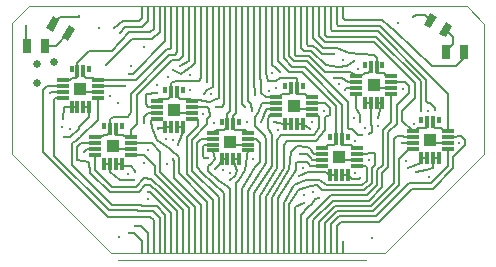
<source format=gbl>
G04 (created by PCBNEW-RS274X (2012-apr-16-27)-stable) date Thu 03 Apr 2014 02:01:57 PM EDT*
G01*
G70*
G90*
%MOIN*%
G04 Gerber Fmt 3.4, Leading zero omitted, Abs format*
%FSLAX34Y34*%
G04 APERTURE LIST*
%ADD10C,0.006000*%
%ADD11C,0.000400*%
%ADD12C,0.002000*%
%ADD13R,0.039400X0.011800*%
%ADD14R,0.011800X0.039400*%
%ADD15R,0.011800X0.023600*%
%ADD16R,0.039400X0.039400*%
%ADD17R,0.009800X0.039400*%
%ADD18R,0.025000X0.045000*%
%ADD19C,0.013000*%
%ADD20C,0.026000*%
%ADD21C,0.008000*%
%ADD22C,0.007000*%
G04 APERTURE END LIST*
G54D10*
G54D11*
X24646Y-27224D02*
X27953Y-23917D01*
X15512Y-27224D02*
X12205Y-23917D01*
X15512Y-27224D02*
X24646Y-27224D01*
X12766Y-18996D02*
X12205Y-19557D01*
X27392Y-18996D02*
X27953Y-19596D01*
X26939Y-18996D02*
X27392Y-18996D01*
X27953Y-19596D02*
X27953Y-23917D01*
X16663Y-18996D02*
X26938Y-18996D01*
X12205Y-19557D02*
X12205Y-23917D01*
X16664Y-18996D02*
X12766Y-18996D01*
X15748Y-27461D02*
X24016Y-27461D01*
G54D12*
X15748Y-27461D02*
X24016Y-27461D01*
G54D13*
X26743Y-23150D03*
X26743Y-23347D03*
X26743Y-23543D03*
X26743Y-23740D03*
G54D14*
X26447Y-24036D03*
X26250Y-24036D03*
X26054Y-24036D03*
X25857Y-24036D03*
G54D13*
X25561Y-23740D03*
X25561Y-23543D03*
X25561Y-23347D03*
X25561Y-23150D03*
G54D15*
X25857Y-22776D03*
G54D14*
X26054Y-22854D03*
X26250Y-22854D03*
G54D15*
X26447Y-22776D03*
G54D16*
X26152Y-23445D03*
G54D13*
X24853Y-21319D03*
X24853Y-21516D03*
X24853Y-21712D03*
X24853Y-21909D03*
G54D14*
X24557Y-22205D03*
X24360Y-22205D03*
X24164Y-22205D03*
X23967Y-22205D03*
G54D13*
X23671Y-21909D03*
X23671Y-21712D03*
X23671Y-21516D03*
X23671Y-21319D03*
G54D15*
X23967Y-20945D03*
G54D14*
X24164Y-21023D03*
X24360Y-21023D03*
G54D15*
X24557Y-20945D03*
G54D16*
X24262Y-21614D03*
G54D13*
X23711Y-23721D03*
X23711Y-23918D03*
X23711Y-24114D03*
X23711Y-24311D03*
G54D14*
X23415Y-24607D03*
X23218Y-24607D03*
X23022Y-24607D03*
X22825Y-24607D03*
G54D13*
X22529Y-24311D03*
X22529Y-24114D03*
X22529Y-23918D03*
X22529Y-23721D03*
G54D15*
X22825Y-23347D03*
G54D14*
X23022Y-23425D03*
X23218Y-23425D03*
G54D15*
X23415Y-23347D03*
G54D16*
X23120Y-24016D03*
G54D13*
X22205Y-22028D03*
X22205Y-22225D03*
X22205Y-22421D03*
X22205Y-22618D03*
G54D14*
X21909Y-22914D03*
X21712Y-22914D03*
X21516Y-22914D03*
X21319Y-22914D03*
G54D13*
X21023Y-22618D03*
X21023Y-22421D03*
X21023Y-22225D03*
X21023Y-22028D03*
G54D15*
X21319Y-21654D03*
G54D14*
X21516Y-21732D03*
X21712Y-21732D03*
G54D15*
X21909Y-21654D03*
G54D16*
X21614Y-22323D03*
G54D13*
X20079Y-23209D03*
X20079Y-23406D03*
X20079Y-23602D03*
X20079Y-23799D03*
G54D14*
X19783Y-24095D03*
X19586Y-24095D03*
X19390Y-24095D03*
X19193Y-24095D03*
G54D13*
X18897Y-23799D03*
X18897Y-23602D03*
X18897Y-23406D03*
X18897Y-23209D03*
G54D15*
X19193Y-22835D03*
G54D14*
X19390Y-22913D03*
X19586Y-22913D03*
G54D15*
X19783Y-22835D03*
G54D16*
X19488Y-23504D03*
G54D13*
X18209Y-22146D03*
X18209Y-22343D03*
X18209Y-22539D03*
X18209Y-22736D03*
G54D14*
X17913Y-23032D03*
X17716Y-23032D03*
X17520Y-23032D03*
X17323Y-23032D03*
G54D13*
X17027Y-22736D03*
X17027Y-22539D03*
X17027Y-22343D03*
X17027Y-22146D03*
G54D15*
X17323Y-21772D03*
G54D14*
X17520Y-21850D03*
X17716Y-21850D03*
G54D15*
X17913Y-21772D03*
G54D16*
X17618Y-22441D03*
G54D13*
X16162Y-23366D03*
X16162Y-23563D03*
X16162Y-23759D03*
X16162Y-23956D03*
G54D14*
X15866Y-24252D03*
X15669Y-24252D03*
X15473Y-24252D03*
X15276Y-24252D03*
G54D13*
X14980Y-23956D03*
X14980Y-23759D03*
X14980Y-23563D03*
X14980Y-23366D03*
G54D15*
X15276Y-22992D03*
G54D14*
X15473Y-23070D03*
X15669Y-23070D03*
G54D15*
X15866Y-22992D03*
G54D16*
X15571Y-23661D03*
G54D13*
X15079Y-21457D03*
X15079Y-21654D03*
X15079Y-21850D03*
X15079Y-22047D03*
G54D14*
X14783Y-22343D03*
X14586Y-22343D03*
X14390Y-22343D03*
X14193Y-22343D03*
G54D13*
X13897Y-22047D03*
X13897Y-21850D03*
X13897Y-21654D03*
X13897Y-21457D03*
G54D15*
X14193Y-21083D03*
G54D14*
X14390Y-21161D03*
X14586Y-21161D03*
G54D15*
X14783Y-21083D03*
G54D16*
X14488Y-21752D03*
G54D17*
X23228Y-19193D03*
X23032Y-19193D03*
X22835Y-19193D03*
X22638Y-19193D03*
X22441Y-19193D03*
X22244Y-19193D03*
X22047Y-19193D03*
X21851Y-19193D03*
X21654Y-19193D03*
X21457Y-19193D03*
X21260Y-19193D03*
X21063Y-19193D03*
X20866Y-19193D03*
X20669Y-19193D03*
X20473Y-19193D03*
X20276Y-19193D03*
X20079Y-19193D03*
X19882Y-19193D03*
X19685Y-19193D03*
X19488Y-19193D03*
X19291Y-19193D03*
X19095Y-19193D03*
X18898Y-19193D03*
X18701Y-19193D03*
X18504Y-19193D03*
X18307Y-19193D03*
X18110Y-19193D03*
X17913Y-19193D03*
X17717Y-19193D03*
X17520Y-19193D03*
X17323Y-19193D03*
X17126Y-19193D03*
X16929Y-19193D03*
X16732Y-19193D03*
X16536Y-19193D03*
X23228Y-27028D03*
X23032Y-27028D03*
X22835Y-27028D03*
X22638Y-27028D03*
X22441Y-27028D03*
X22244Y-27028D03*
X22047Y-27028D03*
X21851Y-27028D03*
X21654Y-27028D03*
X21457Y-27028D03*
X21260Y-27028D03*
X21063Y-27028D03*
X20866Y-27028D03*
X20669Y-27028D03*
X20473Y-27028D03*
X20276Y-27028D03*
X20079Y-27028D03*
X19882Y-27028D03*
X19685Y-27028D03*
X19488Y-27028D03*
X19291Y-27028D03*
X19095Y-27028D03*
X18898Y-27028D03*
X18701Y-27028D03*
X18504Y-27028D03*
X18307Y-27028D03*
X18110Y-27028D03*
X17913Y-27028D03*
X17717Y-27028D03*
X17520Y-27028D03*
X17323Y-27028D03*
X17126Y-27028D03*
X16929Y-27028D03*
X16732Y-27028D03*
X16536Y-27028D03*
G54D10*
G36*
X13348Y-19716D02*
X13573Y-19327D01*
X13790Y-19452D01*
X13565Y-19841D01*
X13348Y-19716D01*
X13348Y-19716D01*
G37*
G36*
X13868Y-20016D02*
X14093Y-19627D01*
X14310Y-19752D01*
X14085Y-20141D01*
X13868Y-20016D01*
X13868Y-20016D01*
G37*
G36*
X25926Y-19608D02*
X26151Y-19219D01*
X26368Y-19344D01*
X26143Y-19733D01*
X25926Y-19608D01*
X25926Y-19608D01*
G37*
G36*
X26446Y-19908D02*
X26671Y-19519D01*
X26888Y-19644D01*
X26663Y-20033D01*
X26446Y-19908D01*
X26446Y-19908D01*
G37*
G54D18*
X26669Y-20502D03*
X27269Y-20502D03*
X13322Y-20305D03*
X12722Y-20305D03*
G54D19*
X25591Y-19360D03*
X14439Y-19331D03*
X24970Y-19833D03*
X12687Y-19665D03*
X16260Y-24783D03*
X17815Y-20984D03*
X16319Y-24508D03*
X17579Y-21122D03*
X17087Y-23051D03*
X18701Y-21516D03*
X17736Y-23622D03*
X18602Y-21909D03*
X18996Y-22362D03*
X18986Y-24419D03*
X19980Y-22362D03*
X19469Y-24774D03*
X20945Y-22854D03*
X20197Y-22480D03*
X22146Y-23081D03*
X20295Y-21939D03*
X21132Y-21171D03*
X21788Y-24643D03*
X23868Y-23268D03*
X23809Y-24705D03*
X24114Y-23248D03*
X23612Y-20827D03*
X22953Y-20591D03*
X24400Y-22717D03*
X25827Y-22480D03*
X25394Y-24390D03*
X26319Y-22451D03*
X25669Y-24518D03*
X21949Y-25285D03*
X23120Y-21585D03*
X23612Y-22707D03*
X22254Y-25177D03*
X15728Y-22205D03*
X16732Y-25413D03*
X15965Y-21663D03*
X16732Y-25177D03*
X17047Y-21870D03*
X17559Y-24094D03*
X21949Y-25551D03*
X22943Y-21388D03*
X23819Y-22835D03*
X22441Y-25384D03*
X16594Y-20334D03*
X13878Y-23012D03*
X16181Y-20994D03*
X14154Y-23071D03*
X16083Y-24587D03*
X17402Y-21339D03*
X18150Y-21280D03*
X16594Y-24232D03*
X17343Y-23406D03*
X18150Y-21772D03*
X17579Y-23445D03*
X18858Y-21929D03*
X18937Y-22874D03*
X19252Y-24459D03*
X19469Y-24537D03*
X20039Y-22835D03*
X17028Y-21614D03*
X17362Y-24252D03*
X20778Y-21811D03*
X21083Y-23100D03*
X21024Y-21703D03*
X22215Y-22854D03*
X21900Y-24380D03*
X20876Y-21220D03*
X23642Y-24537D03*
X23652Y-23494D03*
X23730Y-21083D03*
X23967Y-23051D03*
X23248Y-20787D03*
X24409Y-22992D03*
X25354Y-24154D03*
X25620Y-22904D03*
X26093Y-24675D03*
X26083Y-22480D03*
X13898Y-22736D03*
X15354Y-20945D03*
X16103Y-21240D03*
X13957Y-23366D03*
G54D20*
X13593Y-20846D03*
G54D19*
X24203Y-26732D03*
X25069Y-19557D03*
X15797Y-19872D03*
X16299Y-26329D03*
G54D20*
X13031Y-20915D03*
G54D19*
X24262Y-21614D03*
X26152Y-23445D03*
X14488Y-21752D03*
X17618Y-22441D03*
X15768Y-26693D03*
X19488Y-23524D03*
X15108Y-19705D03*
X15571Y-23661D03*
X23120Y-24016D03*
X21614Y-22323D03*
G54D20*
X13041Y-21555D03*
G54D19*
X16112Y-26555D03*
X13465Y-21870D03*
X18740Y-24055D03*
X27106Y-23543D03*
X16594Y-22895D03*
X25226Y-21762D03*
X14606Y-23839D03*
X20512Y-22854D03*
X18583Y-22579D03*
X20256Y-24075D03*
X25197Y-23543D03*
X24094Y-24114D03*
X15600Y-19705D03*
X23297Y-21791D03*
X21821Y-23927D03*
X22598Y-22470D03*
X16732Y-23780D03*
X15472Y-21978D03*
G54D21*
X13812Y-19341D02*
X13569Y-19584D01*
X25960Y-19289D02*
X26147Y-19476D01*
X25679Y-19289D02*
X25960Y-19289D01*
X14449Y-19341D02*
X13812Y-19341D01*
X25591Y-19360D02*
X25679Y-19289D01*
X14439Y-19331D02*
X14449Y-19341D01*
X12687Y-19665D02*
X12687Y-20270D01*
X23238Y-19390D02*
X23228Y-19193D01*
X12687Y-20270D02*
X12722Y-20305D01*
X27269Y-20723D02*
X27008Y-20984D01*
X24557Y-19460D02*
X24970Y-19833D01*
X26201Y-20984D02*
X24970Y-19833D01*
X26486Y-20984D02*
X26201Y-20984D01*
X27008Y-20984D02*
X26486Y-20984D01*
X23297Y-19457D02*
X24557Y-19460D01*
X23238Y-19390D02*
X23297Y-19457D01*
X27269Y-20502D02*
X27269Y-20723D01*
G54D22*
X17456Y-20615D02*
X17633Y-20615D01*
X16066Y-22695D02*
X16161Y-22520D01*
X15276Y-23268D02*
X15374Y-23268D01*
X15178Y-23366D02*
X15276Y-23268D01*
X17633Y-20615D02*
X17717Y-20531D01*
X14980Y-23366D02*
X15178Y-23366D01*
X15473Y-22755D02*
X15613Y-22695D01*
X15473Y-23169D02*
X15473Y-23070D01*
X16161Y-22520D02*
X16161Y-21910D01*
X16161Y-21910D02*
X17456Y-20615D01*
X15613Y-22695D02*
X16066Y-22695D01*
X17717Y-20531D02*
X17717Y-19193D01*
X15473Y-23070D02*
X15473Y-22755D01*
X15374Y-23268D02*
X15473Y-23169D01*
X16162Y-23129D02*
X16378Y-22913D01*
X17540Y-20787D02*
X17776Y-20787D01*
X16004Y-23366D02*
X15925Y-23287D01*
X16162Y-23366D02*
X16004Y-23366D01*
X15689Y-23287D02*
X15669Y-23267D01*
X17776Y-20787D02*
X17913Y-20650D01*
X15925Y-23287D02*
X15689Y-23287D01*
X16378Y-22913D02*
X16378Y-21949D01*
X16378Y-21949D02*
X17540Y-20787D01*
X17913Y-20650D02*
X17913Y-19193D01*
X16162Y-23366D02*
X16162Y-23129D01*
X15669Y-23267D02*
X15669Y-23070D01*
X15472Y-24253D02*
X15472Y-24527D01*
X18110Y-19705D02*
X18110Y-19193D01*
X15472Y-24527D02*
X15815Y-24798D01*
X15815Y-24798D02*
X16260Y-24783D01*
X17815Y-20984D02*
X18110Y-20807D01*
X18110Y-20256D02*
X18110Y-19705D01*
X15276Y-24252D02*
X15473Y-24252D01*
X18110Y-20807D02*
X18110Y-20610D01*
X15473Y-24252D02*
X15472Y-24253D01*
X18110Y-20610D02*
X18110Y-20256D01*
X15669Y-24252D02*
X15866Y-24252D01*
X15866Y-24252D02*
X15945Y-24331D01*
X18307Y-20886D02*
X18307Y-20669D01*
X18209Y-20984D02*
X18307Y-20886D01*
X15945Y-24331D02*
X16161Y-24331D01*
X18307Y-20433D02*
X18307Y-19193D01*
X16299Y-24469D02*
X16319Y-24508D01*
X16161Y-24331D02*
X16299Y-24469D01*
X17579Y-21122D02*
X17835Y-21240D01*
X17835Y-21240D02*
X18209Y-20984D01*
X18307Y-20669D02*
X18307Y-20433D01*
X17677Y-21496D02*
X17520Y-21535D01*
X17087Y-22086D02*
X17027Y-22146D01*
X18504Y-19193D02*
X18504Y-21379D01*
X17422Y-22086D02*
X17087Y-22086D01*
X17520Y-21850D02*
X17520Y-21988D01*
X18504Y-21379D02*
X18446Y-21496D01*
X17520Y-21535D02*
X17520Y-21850D01*
X17520Y-21988D02*
X17422Y-22086D01*
X18446Y-21496D02*
X17677Y-21496D01*
X17304Y-23051D02*
X17087Y-23051D01*
X18701Y-19193D02*
X18701Y-21161D01*
X17087Y-23051D02*
X17087Y-23071D01*
X17323Y-23032D02*
X17304Y-23051D01*
X17520Y-23032D02*
X17323Y-23032D01*
X17087Y-23071D02*
X17087Y-23071D01*
X17087Y-23071D02*
X17087Y-23071D01*
X18701Y-21161D02*
X18701Y-21516D01*
X17857Y-23316D02*
X17854Y-23386D01*
X17716Y-23032D02*
X17913Y-23032D01*
X17785Y-23474D02*
X17736Y-23622D01*
X18917Y-21673D02*
X18917Y-21457D01*
X18602Y-21909D02*
X18701Y-21772D01*
X17913Y-23229D02*
X17857Y-23316D01*
X17854Y-23386D02*
X17785Y-23474D01*
X17913Y-23032D02*
X17913Y-23229D01*
X18917Y-21457D02*
X18898Y-19193D01*
X18701Y-21772D02*
X18917Y-21673D01*
X18209Y-22146D02*
X18464Y-22131D01*
X17716Y-21850D02*
X17716Y-21988D01*
X18818Y-22167D02*
X18957Y-22126D01*
X18130Y-22067D02*
X18209Y-22146D01*
X19095Y-20983D02*
X19095Y-19193D01*
X18957Y-22126D02*
X19094Y-22047D01*
X19094Y-22047D02*
X19095Y-20983D01*
X17795Y-22067D02*
X18130Y-22067D01*
X17716Y-21988D02*
X17795Y-22067D01*
X18569Y-22161D02*
X18818Y-22167D01*
X18464Y-22131D02*
X18569Y-22161D01*
X19291Y-22264D02*
X19291Y-19193D01*
X18986Y-24419D02*
X18986Y-24419D01*
X18986Y-24419D02*
X18986Y-24419D01*
X18996Y-22362D02*
X19212Y-22343D01*
X19124Y-24272D02*
X18986Y-24419D01*
X19193Y-24095D02*
X19390Y-24095D01*
X19212Y-22343D02*
X19291Y-22264D01*
X19193Y-24095D02*
X19124Y-24272D01*
X19390Y-22913D02*
X19390Y-22597D01*
X18897Y-23209D02*
X18917Y-23209D01*
X19390Y-22597D02*
X19488Y-22499D01*
X19488Y-22499D02*
X19488Y-19193D01*
X19291Y-23110D02*
X19390Y-23011D01*
X19016Y-23110D02*
X19291Y-23110D01*
X19390Y-23011D02*
X19390Y-22913D01*
X18917Y-23209D02*
X19016Y-23110D01*
X19585Y-22656D02*
X19683Y-22558D01*
X19646Y-23110D02*
X19586Y-23050D01*
X19683Y-22558D02*
X19685Y-19193D01*
X19586Y-23050D02*
X19586Y-22913D01*
X19980Y-23110D02*
X19646Y-23110D01*
X19586Y-22913D02*
X19585Y-22656D01*
X20079Y-23209D02*
X19980Y-23110D01*
X19586Y-24095D02*
X19708Y-24468D01*
X19586Y-24095D02*
X19783Y-24095D01*
X19882Y-19193D02*
X19882Y-22264D01*
X19708Y-24468D02*
X19651Y-24664D01*
X19882Y-22264D02*
X19980Y-22362D01*
X19651Y-24664D02*
X19469Y-24774D01*
X19586Y-24095D02*
X19783Y-24095D01*
X21516Y-22914D02*
X21319Y-22914D01*
X20197Y-22480D02*
X20177Y-22254D01*
X21319Y-22914D02*
X21240Y-22923D01*
X21240Y-22923D02*
X21122Y-22874D01*
X20177Y-22254D02*
X20079Y-22146D01*
X21122Y-22874D02*
X20945Y-22854D01*
X20079Y-22146D02*
X20079Y-19193D01*
X21909Y-22914D02*
X22146Y-23081D01*
X20295Y-21939D02*
X20276Y-21467D01*
X21712Y-22914D02*
X21909Y-22914D01*
X20276Y-21467D02*
X20276Y-19193D01*
X22146Y-23081D02*
X22146Y-23081D01*
X21023Y-22028D02*
X21121Y-22028D01*
X21220Y-21929D02*
X21457Y-21929D01*
X20472Y-20807D02*
X20472Y-20236D01*
X20472Y-19194D02*
X20473Y-19193D01*
X21023Y-22028D02*
X20669Y-22028D01*
X20482Y-21428D02*
X20472Y-20807D01*
X21516Y-21870D02*
X21516Y-21732D01*
X20472Y-20236D02*
X20472Y-19194D01*
X21457Y-21929D02*
X21516Y-21870D01*
X21073Y-21978D02*
X21023Y-22028D01*
X20512Y-21458D02*
X20482Y-21428D01*
X21121Y-22028D02*
X21220Y-21929D01*
X20669Y-22028D02*
X20512Y-21871D01*
X20512Y-21871D02*
X20512Y-21458D01*
X21024Y-21496D02*
X20726Y-21480D01*
X21152Y-21378D02*
X21024Y-21496D01*
X21712Y-21417D02*
X21673Y-21378D01*
X22068Y-22028D02*
X21969Y-21929D01*
X20669Y-21231D02*
X20669Y-19193D01*
X20726Y-21480D02*
X20669Y-21231D01*
X21969Y-21929D02*
X21732Y-21929D01*
X21712Y-21909D02*
X21712Y-21732D01*
X21732Y-21929D02*
X21712Y-21909D01*
X21673Y-21378D02*
X21152Y-21378D01*
X21712Y-21732D02*
X21712Y-21417D01*
X22205Y-22028D02*
X22068Y-22028D01*
X22825Y-24607D02*
X22657Y-24518D01*
X23022Y-24607D02*
X22825Y-24607D01*
X21132Y-21171D02*
X21007Y-21040D01*
X22083Y-24525D02*
X21788Y-24643D01*
X20865Y-20956D02*
X20866Y-20453D01*
X22825Y-24607D02*
X22825Y-24607D01*
X20866Y-20453D02*
X20866Y-19193D01*
X21007Y-21040D02*
X20865Y-20956D01*
X22657Y-24518D02*
X22083Y-24525D01*
X21437Y-21181D02*
X21063Y-20807D01*
X23022Y-22323D02*
X21880Y-21181D01*
X22617Y-23721D02*
X22726Y-23612D01*
X23022Y-23533D02*
X23022Y-23425D01*
X21880Y-21181D02*
X21437Y-21181D01*
X22726Y-23612D02*
X22943Y-23612D01*
X22943Y-23612D02*
X23022Y-23533D01*
X22529Y-23721D02*
X22617Y-23721D01*
X21063Y-20807D02*
X21063Y-19193D01*
X23022Y-23425D02*
X23022Y-22323D01*
X23218Y-23612D02*
X23218Y-23425D01*
X21545Y-21004D02*
X21260Y-20719D01*
X23504Y-23632D02*
X23238Y-23632D01*
X21260Y-20719D02*
X21260Y-19193D01*
X23593Y-23721D02*
X23504Y-23632D01*
X21977Y-21025D02*
X21958Y-21004D01*
X23218Y-23425D02*
X23218Y-22273D01*
X23238Y-23632D02*
X23218Y-23612D01*
X23711Y-23721D02*
X23593Y-23721D01*
X23218Y-22273D02*
X22106Y-21152D01*
X21958Y-21004D02*
X21545Y-21004D01*
X22106Y-21152D02*
X21977Y-21025D01*
X23435Y-23081D02*
X23396Y-23042D01*
X23740Y-23268D02*
X23553Y-23081D01*
X23553Y-23081D02*
X23435Y-23081D01*
X21608Y-20817D02*
X21457Y-20666D01*
X23770Y-24744D02*
X23809Y-24705D01*
X22037Y-20817D02*
X21608Y-20817D01*
X23396Y-22176D02*
X22037Y-20817D01*
X23415Y-24626D02*
X23533Y-24744D01*
X21457Y-20040D02*
X21457Y-19193D01*
X23396Y-23042D02*
X23396Y-22176D01*
X21457Y-20666D02*
X21457Y-20040D01*
X23218Y-24607D02*
X23415Y-24607D01*
X23533Y-24744D02*
X23770Y-24744D01*
X23415Y-24607D02*
X23415Y-24626D01*
X23868Y-23268D02*
X23740Y-23268D01*
X23848Y-21319D02*
X23966Y-21201D01*
X22638Y-21171D02*
X22112Y-20645D01*
X23966Y-21201D02*
X24084Y-21201D01*
X23671Y-21319D02*
X23671Y-21289D01*
X22112Y-20645D02*
X21772Y-20645D01*
X24164Y-21121D02*
X24164Y-21023D01*
X23671Y-21319D02*
X23848Y-21319D01*
X21680Y-20645D02*
X21654Y-20619D01*
X21654Y-20619D02*
X21654Y-19970D01*
X21772Y-20645D02*
X21680Y-20645D01*
X24084Y-21201D02*
X24164Y-21121D01*
X23463Y-21193D02*
X22638Y-21171D01*
X23671Y-21289D02*
X23463Y-21193D01*
X21654Y-19970D02*
X21654Y-19193D01*
X23081Y-21004D02*
X22678Y-20965D01*
X21950Y-20473D02*
X21851Y-20374D01*
X24164Y-22953D02*
X24193Y-22982D01*
X21851Y-19881D02*
X21850Y-19882D01*
X21851Y-19881D02*
X21851Y-20374D01*
X22678Y-20965D02*
X22186Y-20473D01*
X21851Y-19193D02*
X21851Y-19881D01*
X23387Y-20999D02*
X23081Y-21004D01*
X24164Y-22599D02*
X24164Y-22205D01*
X24193Y-22982D02*
X24193Y-23169D01*
X24164Y-22599D02*
X24164Y-22953D01*
X23967Y-22205D02*
X24164Y-22205D01*
X24193Y-23169D02*
X24114Y-23248D01*
X23612Y-20827D02*
X23387Y-20999D01*
X22186Y-20473D02*
X21950Y-20473D01*
X22534Y-20567D02*
X22361Y-20404D01*
X24360Y-22205D02*
X24557Y-22205D01*
X22258Y-20301D02*
X22092Y-20301D01*
X22092Y-20301D02*
X22047Y-20256D01*
X24557Y-22205D02*
X24400Y-22717D01*
X22361Y-20404D02*
X22258Y-20301D01*
X22047Y-20256D02*
X22047Y-19193D01*
X22953Y-20591D02*
X22534Y-20567D01*
X24360Y-21023D02*
X24360Y-20718D01*
X22589Y-20384D02*
X22244Y-20039D01*
X24262Y-20620D02*
X23439Y-20538D01*
X24597Y-21230D02*
X24370Y-21230D01*
X24853Y-21319D02*
X24686Y-21319D01*
X22244Y-20039D02*
X22244Y-19193D01*
X24360Y-20718D02*
X24262Y-20620D01*
X24360Y-21220D02*
X24360Y-21023D01*
X23045Y-20384D02*
X22589Y-20384D01*
X24370Y-21230D02*
X24360Y-21220D01*
X23439Y-20538D02*
X23045Y-20384D01*
X24686Y-21319D02*
X24597Y-21230D01*
X26054Y-23011D02*
X26054Y-22854D01*
X22628Y-20177D02*
X22441Y-19990D01*
X25659Y-23150D02*
X25758Y-23051D01*
X25640Y-22057D02*
X25217Y-22480D01*
X24261Y-20177D02*
X25640Y-21556D01*
X24261Y-20177D02*
X22628Y-20177D01*
X25217Y-22480D02*
X25217Y-22806D01*
X25640Y-21556D02*
X25640Y-22057D01*
X25758Y-23051D02*
X26014Y-23051D01*
X25217Y-22806D02*
X25561Y-23150D01*
X22441Y-19193D02*
X22441Y-19990D01*
X25561Y-23150D02*
X25659Y-23150D01*
X26014Y-23051D02*
X26054Y-23011D01*
X25827Y-22480D02*
X25827Y-21499D01*
X25857Y-24036D02*
X26054Y-24036D01*
X25857Y-24232D02*
X25857Y-24036D01*
X25857Y-24232D02*
X25394Y-24390D01*
X22638Y-19193D02*
X22638Y-19941D01*
X24328Y-20000D02*
X22697Y-20000D01*
X25827Y-21499D02*
X24328Y-20000D01*
X22687Y-19990D02*
X22638Y-19941D01*
X22697Y-20000D02*
X22687Y-19990D01*
X26319Y-22392D02*
X26151Y-22224D01*
X22889Y-19818D02*
X22889Y-19818D01*
X26073Y-22224D02*
X26014Y-22165D01*
X22891Y-19818D02*
X22889Y-19818D01*
X26014Y-22165D02*
X26014Y-21442D01*
X26250Y-24390D02*
X26024Y-24459D01*
X26014Y-21442D02*
X24400Y-19823D01*
X26024Y-24459D02*
X25669Y-24518D01*
X22835Y-19764D02*
X22835Y-19193D01*
X26250Y-24036D02*
X26447Y-24036D01*
X22889Y-19818D02*
X22835Y-19764D01*
X26319Y-22451D02*
X26319Y-22392D01*
X24400Y-19823D02*
X22891Y-19818D01*
X26151Y-22224D02*
X26073Y-22224D01*
X26250Y-24036D02*
X26250Y-24390D01*
X26743Y-23150D02*
X26625Y-23150D01*
X26516Y-23041D02*
X26299Y-23041D01*
X26743Y-23150D02*
X26743Y-21910D01*
X26250Y-22992D02*
X26250Y-22854D01*
X26743Y-21910D02*
X24479Y-19646D01*
X23091Y-19646D02*
X23032Y-19587D01*
X26299Y-23041D02*
X26250Y-22992D01*
X24479Y-19646D02*
X23091Y-19646D01*
X23032Y-19587D02*
X23032Y-19193D01*
X26625Y-23150D02*
X26516Y-23041D01*
X16929Y-27028D02*
X16929Y-26260D01*
X13385Y-21654D02*
X13248Y-21791D01*
X13248Y-21791D02*
X13248Y-23859D01*
X16811Y-26004D02*
X16929Y-26122D01*
X15393Y-26004D02*
X16811Y-26004D01*
X13385Y-21654D02*
X13897Y-21654D01*
X13248Y-23859D02*
X15393Y-26004D01*
X16929Y-26122D02*
X16929Y-26260D01*
X16909Y-25827D02*
X17126Y-26044D01*
X17126Y-26044D02*
X17126Y-26220D01*
X13622Y-22086D02*
X13661Y-22047D01*
X15428Y-25782D02*
X16373Y-25782D01*
X16373Y-25782D02*
X16418Y-25827D01*
X13622Y-22087D02*
X13622Y-22086D01*
X16418Y-25827D02*
X16909Y-25827D01*
X13622Y-23976D02*
X13622Y-22087D01*
X13622Y-22067D02*
X13622Y-22087D01*
X13661Y-22047D02*
X13897Y-22047D01*
X13622Y-23976D02*
X15428Y-25782D01*
X17126Y-27028D02*
X17126Y-26220D01*
X17323Y-25945D02*
X17323Y-26122D01*
X17323Y-27028D02*
X17323Y-26122D01*
X15079Y-22774D02*
X15079Y-22047D01*
X14488Y-23365D02*
X14351Y-23467D01*
X14213Y-23563D02*
X14213Y-24292D01*
X17028Y-25650D02*
X17323Y-25945D01*
X15531Y-25610D02*
X16515Y-25610D01*
X14351Y-23467D02*
X14213Y-23563D01*
X14213Y-24292D02*
X15531Y-25610D01*
X16515Y-25610D02*
X16555Y-25650D01*
X16555Y-25650D02*
X17028Y-25650D01*
X15079Y-22774D02*
X14488Y-23365D01*
X15886Y-21654D02*
X15079Y-21654D01*
X15886Y-21654D02*
X15965Y-21663D01*
X17520Y-25886D02*
X16811Y-25177D01*
X17520Y-26201D02*
X17520Y-25886D01*
X17520Y-27028D02*
X17520Y-26201D01*
X16811Y-25177D02*
X16732Y-25177D01*
X16653Y-24941D02*
X16805Y-24941D01*
X17717Y-27028D02*
X17717Y-25827D01*
X14508Y-23563D02*
X14980Y-23563D01*
X14390Y-24114D02*
X14785Y-24174D01*
X14508Y-23563D02*
X14390Y-23681D01*
X16805Y-24941D02*
X17087Y-25197D01*
X16448Y-25197D02*
X16653Y-24941D01*
X14785Y-24174D02*
X14813Y-24537D01*
X14813Y-24537D02*
X15473Y-25197D01*
X15473Y-25197D02*
X16448Y-25197D01*
X17087Y-25197D02*
X17717Y-25827D01*
X14390Y-23681D02*
X14390Y-24114D01*
X17913Y-27028D02*
X17913Y-25775D01*
X16332Y-25020D02*
X16599Y-24731D01*
X14980Y-24449D02*
X15551Y-25020D01*
X16837Y-24734D02*
X17276Y-25138D01*
X16599Y-24731D02*
X16837Y-24734D01*
X15551Y-25020D02*
X16332Y-25020D01*
X14980Y-24449D02*
X14980Y-23956D01*
X17276Y-25138D02*
X17913Y-25775D01*
X16969Y-24587D02*
X18100Y-25718D01*
X18100Y-25718D02*
X18110Y-25728D01*
X18110Y-27028D02*
X18100Y-25718D01*
X16969Y-24311D02*
X16969Y-24587D01*
X16614Y-23956D02*
X16969Y-24311D01*
X16161Y-23956D02*
X16614Y-23956D01*
X16162Y-23956D02*
X16162Y-23957D01*
X16162Y-23957D02*
X16161Y-23956D01*
X17146Y-24508D02*
X18307Y-25669D01*
X16870Y-23563D02*
X16162Y-23563D01*
X16870Y-23563D02*
X17146Y-23839D01*
X18307Y-27028D02*
X18307Y-25669D01*
X17146Y-23839D02*
X17146Y-24508D01*
X16753Y-22343D02*
X16673Y-22263D01*
X17598Y-24708D02*
X18504Y-25614D01*
X16673Y-22027D02*
X16673Y-21930D01*
X17598Y-24172D02*
X17598Y-24708D01*
X17559Y-24094D02*
X17598Y-24172D01*
X18504Y-27028D02*
X18504Y-25614D01*
X16673Y-21930D02*
X17047Y-21870D01*
X16673Y-22263D02*
X16673Y-22027D01*
X16753Y-22343D02*
X17027Y-22343D01*
X16831Y-22815D02*
X16909Y-22736D01*
X17461Y-23760D02*
X17028Y-23452D01*
X17028Y-23452D02*
X16870Y-23051D01*
X18701Y-27028D02*
X18701Y-25508D01*
X17776Y-24553D02*
X17776Y-24022D01*
X17776Y-24022D02*
X17518Y-23773D01*
X17518Y-23773D02*
X17461Y-23760D01*
X16909Y-22736D02*
X17027Y-22736D01*
X16870Y-23051D02*
X16831Y-22815D01*
X18701Y-25508D02*
X17776Y-24553D01*
X18898Y-27028D02*
X18898Y-25434D01*
X18406Y-22991D02*
X18406Y-22736D01*
X18031Y-24567D02*
X18031Y-23366D01*
X18898Y-25434D02*
X18031Y-24567D01*
X18031Y-23366D02*
X18406Y-22991D01*
X18406Y-22736D02*
X18209Y-22736D01*
X18716Y-22933D02*
X18209Y-23444D01*
X18780Y-22402D02*
X18780Y-22501D01*
X18799Y-22520D02*
X18799Y-22658D01*
X18799Y-22658D02*
X18711Y-22746D01*
X18721Y-22343D02*
X18780Y-22402D01*
X18780Y-22501D02*
X18799Y-22520D01*
X18721Y-22343D02*
X18209Y-22343D01*
X18209Y-24470D02*
X19095Y-25356D01*
X18711Y-22746D02*
X18716Y-22933D01*
X18209Y-23444D02*
X18209Y-24470D01*
X19095Y-27028D02*
X19095Y-25356D01*
X18385Y-24339D02*
X18386Y-23543D01*
X18386Y-23543D02*
X18523Y-23406D01*
X18898Y-24886D02*
X18540Y-24540D01*
X18523Y-23406D02*
X18897Y-23406D01*
X19291Y-25217D02*
X18898Y-24886D01*
X18540Y-24540D02*
X18385Y-24339D01*
X19291Y-27028D02*
X19291Y-25217D01*
X19488Y-27028D02*
X19488Y-25098D01*
X19097Y-24806D02*
X19390Y-24980D01*
X18832Y-24262D02*
X18832Y-24262D01*
X18976Y-24094D02*
X18832Y-24262D01*
X18740Y-24321D02*
X18726Y-24478D01*
X18897Y-23799D02*
X18898Y-23806D01*
X19390Y-24980D02*
X19488Y-25098D01*
X18740Y-24321D02*
X18832Y-24262D01*
X18898Y-23806D02*
X18976Y-24094D01*
X18726Y-24478D02*
X19097Y-24806D01*
X19790Y-24772D02*
X19983Y-24434D01*
X19685Y-27028D02*
X19671Y-24873D01*
X19983Y-24434D02*
X19983Y-24434D01*
X19790Y-24772D02*
X19671Y-24873D01*
X20079Y-23799D02*
X19983Y-24434D01*
X20335Y-23406D02*
X20079Y-23406D01*
X20472Y-24178D02*
X20472Y-23543D01*
X19882Y-27028D02*
X19884Y-25071D01*
X19884Y-25071D02*
X20303Y-24341D01*
X20472Y-23543D02*
X20335Y-23406D01*
X20303Y-24341D02*
X20472Y-24178D01*
X20551Y-22224D02*
X21023Y-22225D01*
X20551Y-22224D02*
X20394Y-22559D01*
X20298Y-22695D02*
X20298Y-22980D01*
X20079Y-27028D02*
X20079Y-25688D01*
X20394Y-22559D02*
X20298Y-22695D01*
X20650Y-23307D02*
X20668Y-23465D01*
X20079Y-25688D02*
X20079Y-25157D01*
X20298Y-22980D02*
X20650Y-23307D01*
X20079Y-25157D02*
X20679Y-24222D01*
X20679Y-24222D02*
X20668Y-23465D01*
X20280Y-25730D02*
X20284Y-25218D01*
X20743Y-22829D02*
X20787Y-22626D01*
X20865Y-24321D02*
X20861Y-23271D01*
X20284Y-25218D02*
X20865Y-24321D01*
X20731Y-23051D02*
X20743Y-22829D01*
X20276Y-27028D02*
X20280Y-25730D01*
X20861Y-23271D02*
X20731Y-23051D01*
X20787Y-22626D02*
X21023Y-22618D01*
X22451Y-22668D02*
X22451Y-23046D01*
X22451Y-23046D02*
X22260Y-23283D01*
X22401Y-22618D02*
X22451Y-22668D01*
X21043Y-23447D02*
X21043Y-24380D01*
X22401Y-22618D02*
X22205Y-22618D01*
X21190Y-23284D02*
X21043Y-23447D01*
X22260Y-23283D02*
X21190Y-23284D01*
X20473Y-27028D02*
X20472Y-25305D01*
X21043Y-24380D02*
X20472Y-25305D01*
X22628Y-22677D02*
X22628Y-23120D01*
X22628Y-23120D02*
X22357Y-23469D01*
X22658Y-22225D02*
X22205Y-22225D01*
X21262Y-23602D02*
X21262Y-24371D01*
X22825Y-22608D02*
X22628Y-22677D01*
X22357Y-23469D02*
X21392Y-23467D01*
X21392Y-23467D02*
X21262Y-23602D01*
X21262Y-24371D02*
X20662Y-25364D01*
X22658Y-22225D02*
X22825Y-22392D01*
X22825Y-22392D02*
X22825Y-22608D01*
X20669Y-27028D02*
X20662Y-25364D01*
X21496Y-23848D02*
X21454Y-24427D01*
X22274Y-23918D02*
X22223Y-23865D01*
X22026Y-23680D02*
X21704Y-23640D01*
X20866Y-27028D02*
X20866Y-25374D01*
X21704Y-23640D02*
X21496Y-23848D01*
X22161Y-23755D02*
X22026Y-23680D01*
X22223Y-23865D02*
X22161Y-23755D01*
X22274Y-23918D02*
X22529Y-23918D01*
X21454Y-24427D02*
X20866Y-25374D01*
X21668Y-24228D02*
X21668Y-24429D01*
X22100Y-24266D02*
X22100Y-24236D01*
X22037Y-24174D02*
X22008Y-24174D01*
X22100Y-24236D02*
X22037Y-24174D01*
X21668Y-24429D02*
X21664Y-24451D01*
X22145Y-24311D02*
X22100Y-24266D01*
X22145Y-24311D02*
X22529Y-24311D01*
X21063Y-27028D02*
X21063Y-25394D01*
X21713Y-24183D02*
X21668Y-24228D01*
X21866Y-24176D02*
X21713Y-24183D01*
X22008Y-24174D02*
X21866Y-24176D01*
X21664Y-24451D02*
X21063Y-25394D01*
X21260Y-27028D02*
X21260Y-25561D01*
X24026Y-24360D02*
X24026Y-24803D01*
X21831Y-24852D02*
X21623Y-24963D01*
X23888Y-24941D02*
X22715Y-24941D01*
X23977Y-24311D02*
X24026Y-24360D01*
X23977Y-24311D02*
X23711Y-24311D01*
X21623Y-24963D02*
X21260Y-25561D01*
X22715Y-24941D02*
X22429Y-24783D01*
X24026Y-24803D02*
X23888Y-24941D01*
X22008Y-24783D02*
X21831Y-24852D01*
X22429Y-24783D02*
X22008Y-24783D01*
X22175Y-24970D02*
X21929Y-25049D01*
X24302Y-23898D02*
X24321Y-23917D01*
X21929Y-25049D02*
X21827Y-25079D01*
X24203Y-24390D02*
X24203Y-24872D01*
X24321Y-23917D02*
X24321Y-24272D01*
X21827Y-25079D02*
X21748Y-25124D01*
X24065Y-23898D02*
X24302Y-23898D01*
X23957Y-25118D02*
X22539Y-25118D01*
X24321Y-24272D02*
X24203Y-24390D01*
X21693Y-25196D02*
X21528Y-25449D01*
X21457Y-27028D02*
X21447Y-25590D01*
X24203Y-24872D02*
X23957Y-25118D01*
X21748Y-25124D02*
X21693Y-25196D01*
X24045Y-23918D02*
X24065Y-23898D01*
X21528Y-25449D02*
X21447Y-25590D01*
X22382Y-24961D02*
X22175Y-24970D01*
X24045Y-23918D02*
X23711Y-23918D01*
X22539Y-25118D02*
X22382Y-24961D01*
X23209Y-21368D02*
X22943Y-21388D01*
X21654Y-27028D02*
X21654Y-26171D01*
X23416Y-21516D02*
X23209Y-21368D01*
X21949Y-25551D02*
X21654Y-25698D01*
X23416Y-21516D02*
X23671Y-21516D01*
X21654Y-25698D02*
X21654Y-26171D01*
X23671Y-22391D02*
X23817Y-22616D01*
X22086Y-25699D02*
X22086Y-25699D01*
X21851Y-27028D02*
X21851Y-25934D01*
X21851Y-25934D02*
X22086Y-25699D01*
X22301Y-25417D02*
X22214Y-25571D01*
X23671Y-21909D02*
X23671Y-22391D01*
X23817Y-22616D02*
X23819Y-22835D01*
X22214Y-25571D02*
X22086Y-25699D01*
X22441Y-25384D02*
X22301Y-25417D01*
X22830Y-25290D02*
X22047Y-26073D01*
X24853Y-22844D02*
X24853Y-21909D01*
X24577Y-24267D02*
X24380Y-24464D01*
X24031Y-25290D02*
X22830Y-25290D01*
X24577Y-23120D02*
X24577Y-24267D01*
X24853Y-22844D02*
X24577Y-23120D01*
X22047Y-27028D02*
X22047Y-26073D01*
X24380Y-24941D02*
X24031Y-25290D01*
X24380Y-24464D02*
X24380Y-24941D01*
X25030Y-22922D02*
X25030Y-22283D01*
X24754Y-24340D02*
X24754Y-23198D01*
X22244Y-27028D02*
X22244Y-26121D01*
X22893Y-25472D02*
X24105Y-25472D01*
X25433Y-21634D02*
X25433Y-21880D01*
X24552Y-24542D02*
X24754Y-24340D01*
X25030Y-22283D02*
X25197Y-22116D01*
X25433Y-21880D02*
X25197Y-22116D01*
X24552Y-25025D02*
X24552Y-24542D01*
X25266Y-21516D02*
X24853Y-21516D01*
X22244Y-26121D02*
X22893Y-25472D01*
X25315Y-21516D02*
X25433Y-21634D01*
X24105Y-25472D02*
X24552Y-25025D01*
X24754Y-23198D02*
X25030Y-22922D01*
X25266Y-21516D02*
X25315Y-21516D01*
X25039Y-23307D02*
X24931Y-23415D01*
X25286Y-23347D02*
X25246Y-23307D01*
X24931Y-23415D02*
X24931Y-24892D01*
X22962Y-25650D02*
X22441Y-26171D01*
X24931Y-24892D02*
X24173Y-25650D01*
X24173Y-25650D02*
X22962Y-25650D01*
X25286Y-23347D02*
X25561Y-23347D01*
X25246Y-23307D02*
X25039Y-23307D01*
X22441Y-27028D02*
X22441Y-26171D01*
X25433Y-23740D02*
X25103Y-24070D01*
X24247Y-25822D02*
X23034Y-25822D01*
X25103Y-24070D02*
X25103Y-24966D01*
X23034Y-25822D02*
X22638Y-26218D01*
X22638Y-27028D02*
X22638Y-26218D01*
X25103Y-24966D02*
X24247Y-25822D01*
X25433Y-23740D02*
X25561Y-23740D01*
X25452Y-24892D02*
X24350Y-25994D01*
X26743Y-24330D02*
X26181Y-24892D01*
X23107Y-25994D02*
X22835Y-26266D01*
X26181Y-24892D02*
X25452Y-24892D01*
X26743Y-24330D02*
X26743Y-23740D01*
X24350Y-25994D02*
X23107Y-25994D01*
X22835Y-27028D02*
X22835Y-26266D01*
X23032Y-27028D02*
X23032Y-26314D01*
X23032Y-26314D02*
X23175Y-26171D01*
X26919Y-24398D02*
X26919Y-24026D01*
X26248Y-25069D02*
X26919Y-24398D01*
X27313Y-23632D02*
X27313Y-23455D01*
X27313Y-23455D02*
X27185Y-23327D01*
X27185Y-23327D02*
X27037Y-23327D01*
X27037Y-23327D02*
X27017Y-23347D01*
X26919Y-24026D02*
X27313Y-23632D01*
X24434Y-26171D02*
X25536Y-25069D01*
X23175Y-26171D02*
X24434Y-26171D01*
X27017Y-23347D02*
X26743Y-23347D01*
X25536Y-25069D02*
X26248Y-25069D01*
X14390Y-21338D02*
X14390Y-21161D01*
X16811Y-19862D02*
X16929Y-19744D01*
X14783Y-20492D02*
X15545Y-20482D01*
X13897Y-21457D02*
X14133Y-21457D01*
X14390Y-20885D02*
X14783Y-20492D01*
X15545Y-20482D02*
X16118Y-19862D01*
X14212Y-21378D02*
X14350Y-21378D01*
X16118Y-19862D02*
X16811Y-19862D01*
X14133Y-21457D02*
X14212Y-21378D01*
X14390Y-21161D02*
X14390Y-20885D01*
X16929Y-19744D02*
X16929Y-19193D01*
X14350Y-21378D02*
X14390Y-21338D01*
X14193Y-22343D02*
X13976Y-22343D01*
X15354Y-20945D02*
X16211Y-20079D01*
X13976Y-22343D02*
X13957Y-22362D01*
X13957Y-22362D02*
X13898Y-22736D01*
X17126Y-19842D02*
X17126Y-19193D01*
X14193Y-22343D02*
X14390Y-22343D01*
X16889Y-20079D02*
X17126Y-19842D01*
X16211Y-20079D02*
X16889Y-20079D01*
X16103Y-21240D02*
X16103Y-21240D01*
X14783Y-22677D02*
X14449Y-23011D01*
X14586Y-22343D02*
X14783Y-22343D01*
X16240Y-21240D02*
X17323Y-20157D01*
X14153Y-23366D02*
X13957Y-23366D01*
X14449Y-23011D02*
X14449Y-23070D01*
X14449Y-23070D02*
X14153Y-23366D01*
X16103Y-21240D02*
X16240Y-21240D01*
X14783Y-22343D02*
X14783Y-22677D01*
X17323Y-20157D02*
X17323Y-19193D01*
X17520Y-20379D02*
X17520Y-19193D01*
X14666Y-21378D02*
X14586Y-21298D01*
X17466Y-20433D02*
X17520Y-20379D01*
X16358Y-21457D02*
X17382Y-20433D01*
X15079Y-21457D02*
X15000Y-21457D01*
X15000Y-21457D02*
X14921Y-21378D01*
X14921Y-21378D02*
X14666Y-21378D01*
X17382Y-20433D02*
X17466Y-20433D01*
X14586Y-21298D02*
X14586Y-21161D01*
X15768Y-21457D02*
X15768Y-21457D01*
X15079Y-21457D02*
X15768Y-21457D01*
X15768Y-21457D02*
X16358Y-21457D01*
X16732Y-19479D02*
X16537Y-19674D01*
X16537Y-19674D02*
X16229Y-19674D01*
X16732Y-26555D02*
X16506Y-26329D01*
X16229Y-19674D02*
X15984Y-19674D01*
X15984Y-19674D02*
X15984Y-19685D01*
X16732Y-19193D02*
X16732Y-19479D01*
X15984Y-19685D02*
X15797Y-19872D01*
X16732Y-26555D02*
X16732Y-27028D01*
X16506Y-26329D02*
X16299Y-26329D01*
G54D21*
X13322Y-20305D02*
X13668Y-20305D01*
X13668Y-20305D02*
X14089Y-19884D01*
X26923Y-20248D02*
X26923Y-20032D01*
X26669Y-20502D02*
X26923Y-20248D01*
X26923Y-20032D02*
X26667Y-19776D01*
G54D22*
X26743Y-23543D02*
X26250Y-23543D01*
X18209Y-22539D02*
X17716Y-22539D01*
X17716Y-22539D02*
X17618Y-22441D01*
X16162Y-23759D02*
X15669Y-23759D01*
X15669Y-23759D02*
X15571Y-23661D01*
X23218Y-24114D02*
X23120Y-24016D01*
X14586Y-21850D02*
X14488Y-21752D01*
X19488Y-23504D02*
X19586Y-23602D01*
X24360Y-21712D02*
X24262Y-21614D01*
X23711Y-24114D02*
X23218Y-24114D01*
X21712Y-22421D02*
X21614Y-22323D01*
X15079Y-21850D02*
X14586Y-21850D01*
X19586Y-23602D02*
X20079Y-23602D01*
X19488Y-23524D02*
X19488Y-23504D01*
X26250Y-23543D02*
X26152Y-23445D01*
X22205Y-22421D02*
X21712Y-22421D01*
X24853Y-21712D02*
X24360Y-21712D01*
X16536Y-27028D02*
X16526Y-26801D01*
X16526Y-26801D02*
X16289Y-26555D01*
X18622Y-23602D02*
X18563Y-23681D01*
X16289Y-26555D02*
X16112Y-26555D01*
X18563Y-23681D02*
X18563Y-23996D01*
X18563Y-23996D02*
X18563Y-23996D01*
X18563Y-23996D02*
X18622Y-24055D01*
X13465Y-21870D02*
X13504Y-21850D01*
X14705Y-23759D02*
X14980Y-23759D01*
X18622Y-24055D02*
X18740Y-24055D01*
X18563Y-23996D02*
X18563Y-23996D01*
X25197Y-23543D02*
X25197Y-23543D01*
X14606Y-23839D02*
X14705Y-23759D01*
X20512Y-22854D02*
X20512Y-22854D01*
X25197Y-23543D02*
X25561Y-23543D01*
X22529Y-24114D02*
X22264Y-24113D01*
X22264Y-24113D02*
X22225Y-24107D01*
X16594Y-22698D02*
X16594Y-22895D01*
X20571Y-22726D02*
X20512Y-22854D01*
X20807Y-22421D02*
X20719Y-22421D01*
X17027Y-22539D02*
X16752Y-22539D01*
X23356Y-21722D02*
X23297Y-21791D01*
X16536Y-19193D02*
X16535Y-19390D01*
X15896Y-19497D02*
X15600Y-19705D01*
X16457Y-19469D02*
X15896Y-19497D01*
X16535Y-19390D02*
X16457Y-19469D01*
X22170Y-24063D02*
X22047Y-23927D01*
X22225Y-24107D02*
X22170Y-24063D01*
X21023Y-22421D02*
X20807Y-22421D01*
X22047Y-23927D02*
X21821Y-23927D01*
X20719Y-22421D02*
X20630Y-22530D01*
X20512Y-22854D02*
X20512Y-22854D01*
X23297Y-21791D02*
X23297Y-21791D01*
X18563Y-23996D02*
X18563Y-23996D01*
X16752Y-22539D02*
X16594Y-22698D01*
X23416Y-21713D02*
X23356Y-21722D01*
X13504Y-21850D02*
X13897Y-21850D01*
X20630Y-22530D02*
X20571Y-22726D01*
X23671Y-21712D02*
X23416Y-21713D01*
X18622Y-23602D02*
X18897Y-23602D01*
M02*

</source>
